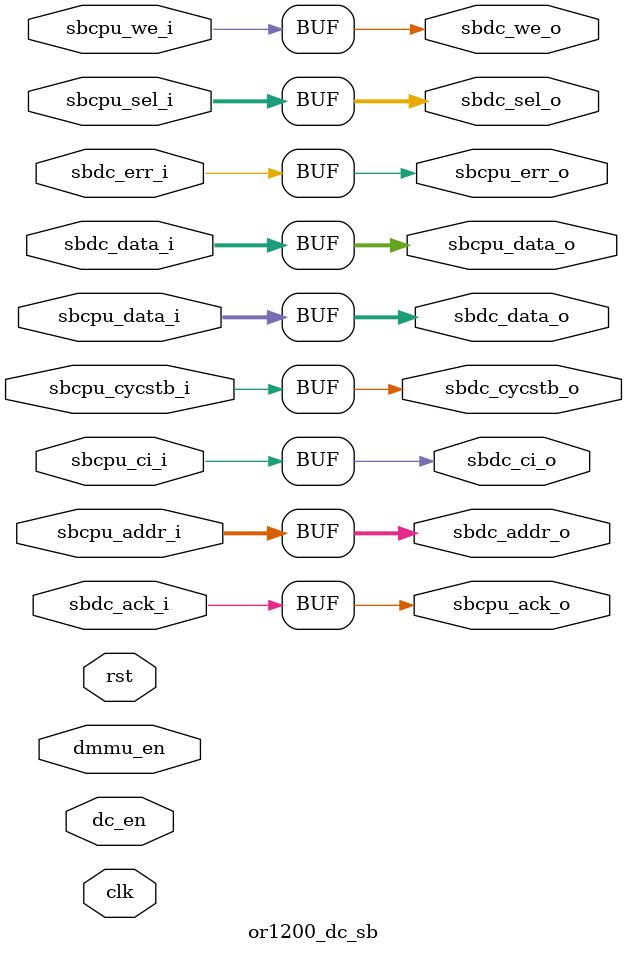
<source format=v>
`include "timescale.v"
`include "or1200_defines.v"

module or1200_dc_sb (
		     clk, rst,
		     dc_en, dmmu_en,
		     //sb to LSU
		     sbcpu_data_i, sbcpu_sel_i, sbcpu_addr_i,
		     sbcpu_we_i, sbcpu_cycstb_i, //sbcpu_tag_i, 
		     sbcpu_ci_i,
		     sbcpu_data_o, sbcpu_ack_o,
		     sbcpu_err_o, //sbcpu_tag_o,
		     //sb to DCache
		     sbdc_data_o, sbdc_addr_o, sbdc_cycstb_o,
		     sbdc_we_o, sbdc_sel_o, 
		     //sbdc_tag_o, 
		     sbdc_ci_o,
		     sbdc_data_i, sbdc_ack_i, sbdc_err_i
		     //sbdc_tag_i
		     );


   input clk;
   input rst;
   input dc_en;
   input dmmu_en;
   //sb to LSU
   input [31:0] sbcpu_data_i;
   input [3:0] 	sbcpu_sel_i;
   input [31:0] sbcpu_addr_i;
   input 	sbcpu_we_i;
   input 	sbcpu_cycstb_i;
   //input [3:0] 	sbcpu_tag_i;
   input 	sbcpu_ci_i;
   output [31:0] sbcpu_data_o;
   output 	 sbcpu_ack_o;
   output 	 sbcpu_err_o;
   //output [3:0]  sbcpu_tag_o;
   //sb to DCache
   output [31:0] sbdc_data_o;
   output [31:0] sbdc_addr_o;
   output 	 sbdc_cycstb_o;
   output 	 sbdc_we_o;
   output [3:0]  sbdc_sel_o;
//   output [3:0]  sbdc_tag_o;
   output 	 sbdc_ci_o;
   input [31:0]  sbdc_data_i;
   input 	 sbdc_ack_i;
   input 	 sbdc_err_i;
  // input [3:0] 	 sbdc_tag_i;
   
//bypass sb
   assign sbcpu_data_o = sbdc_data_i;
   assign sbcpu_ack_o = sbdc_ack_i;
   assign sbcpu_err_o = sbdc_err_i;

   assign sbdc_data_o = sbcpu_data_i;
   assign sbdc_addr_o = sbcpu_addr_i;
   assign sbdc_cycstb_o = sbcpu_cycstb_i;
   assign sbdc_we_o = sbcpu_we_i;
   assign sbdc_sel_o = sbcpu_sel_i;
   assign sbdc_ci_o = sbcpu_ci_i;

endmodule
   

</source>
